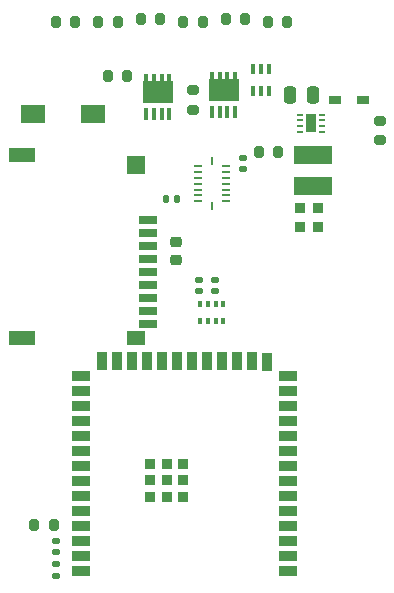
<source format=gbr>
%TF.GenerationSoftware,KiCad,Pcbnew,7.0.2*%
%TF.CreationDate,2023-07-06T19:43:42-07:00*%
%TF.ProjectId,chronos-polaris-hardware,6368726f-6e6f-4732-9d70-6f6c61726973,rev?*%
%TF.SameCoordinates,Original*%
%TF.FileFunction,Paste,Bot*%
%TF.FilePolarity,Positive*%
%FSLAX46Y46*%
G04 Gerber Fmt 4.6, Leading zero omitted, Abs format (unit mm)*
G04 Created by KiCad (PCBNEW 7.0.2) date 2023-07-06 19:43:42*
%MOMM*%
%LPD*%
G01*
G04 APERTURE LIST*
G04 Aperture macros list*
%AMRoundRect*
0 Rectangle with rounded corners*
0 $1 Rounding radius*
0 $2 $3 $4 $5 $6 $7 $8 $9 X,Y pos of 4 corners*
0 Add a 4 corners polygon primitive as box body*
4,1,4,$2,$3,$4,$5,$6,$7,$8,$9,$2,$3,0*
0 Add four circle primitives for the rounded corners*
1,1,$1+$1,$2,$3*
1,1,$1+$1,$4,$5*
1,1,$1+$1,$6,$7*
1,1,$1+$1,$8,$9*
0 Add four rect primitives between the rounded corners*
20,1,$1+$1,$2,$3,$4,$5,0*
20,1,$1+$1,$4,$5,$6,$7,0*
20,1,$1+$1,$6,$7,$8,$9,0*
20,1,$1+$1,$8,$9,$2,$3,0*%
G04 Aperture macros list end*
%ADD10R,0.250013X0.800000*%
%ADD11R,0.800000X0.250013*%
%ADD12R,1.500000X0.900000*%
%ADD13R,0.900000X1.500000*%
%ADD14R,0.900000X0.900000*%
%ADD15RoundRect,0.225000X-0.250000X0.225000X-0.250000X-0.225000X0.250000X-0.225000X0.250000X0.225000X0*%
%ADD16RoundRect,0.140000X0.140000X0.170000X-0.140000X0.170000X-0.140000X-0.170000X0.140000X-0.170000X0*%
%ADD17R,0.405004X0.989992*%
%ADD18R,2.600000X1.840005*%
%ADD19RoundRect,0.140000X0.170000X-0.140000X0.170000X0.140000X-0.170000X0.140000X-0.170000X-0.140000X0*%
%ADD20RoundRect,0.200000X0.275000X-0.200000X0.275000X0.200000X-0.275000X0.200000X-0.275000X-0.200000X0*%
%ADD21RoundRect,0.200000X-0.200000X-0.275000X0.200000X-0.275000X0.200000X0.275000X-0.200000X0.275000X0*%
%ADD22RoundRect,0.250000X0.250000X0.475000X-0.250000X0.475000X-0.250000X-0.475000X0.250000X-0.475000X0*%
%ADD23R,1.600000X0.700000*%
%ADD24R,1.500000X1.200000*%
%ADD25R,2.200000X1.200000*%
%ADD26R,1.500000X1.600000*%
%ADD27R,0.806477X0.864008*%
%ADD28RoundRect,0.140000X-0.170000X0.140000X-0.170000X-0.140000X0.170000X-0.140000X0.170000X0.140000X0*%
%ADD29R,2.062510X1.539014*%
%ADD30RoundRect,0.200000X0.200000X0.275000X-0.200000X0.275000X-0.200000X-0.275000X0.200000X-0.275000X0*%
%ADD31RoundRect,0.200000X-0.275000X0.200000X-0.275000X-0.200000X0.275000X-0.200000X0.275000X0.200000X0*%
%ADD32R,1.000000X0.750013*%
%ADD33R,3.320015X1.500000*%
%ADD34R,0.400000X0.600000*%
%ADD35R,0.350013X0.916002*%
%ADD36R,0.521006X0.250013*%
%ADD37R,0.900000X1.600000*%
G04 APERTURE END LIST*
D10*
%TO.C,U3*%
X122600102Y-117217069D03*
D11*
X121400204Y-116800000D03*
X121400204Y-116300127D03*
X121400204Y-115800000D03*
X121400204Y-115300127D03*
X121400204Y-114800000D03*
X121400204Y-114300127D03*
X121400204Y-113800000D03*
D10*
X122600102Y-113387249D03*
D11*
X123800000Y-113800000D03*
X123800000Y-114300127D03*
X123800000Y-114800000D03*
X123800000Y-115300127D03*
X123800000Y-115800000D03*
X123800000Y-116300127D03*
X123800000Y-116800000D03*
%TD*%
D12*
%TO.C,U2*%
X111550012Y-148120041D03*
X111550012Y-146850038D03*
X111550012Y-145580036D03*
X111550012Y-144310033D03*
X111550012Y-143040031D03*
X111550012Y-141770028D03*
X111550012Y-140500026D03*
X111550012Y-139230023D03*
X111550012Y-137960020D03*
X111550012Y-136690018D03*
X111550012Y-135420015D03*
X111550012Y-134150013D03*
X111550012Y-132880010D03*
X111550012Y-131610008D03*
D13*
X113315062Y-130330099D03*
X114585065Y-130330099D03*
X115855067Y-130330099D03*
X117125070Y-130330099D03*
X118395072Y-130330099D03*
X119665075Y-130330099D03*
X120935077Y-130330099D03*
X122205080Y-130330099D03*
X123475082Y-130330099D03*
X124745085Y-130330099D03*
X126015087Y-130330099D03*
X127285090Y-130360071D03*
D12*
X129050140Y-131610008D03*
X129050140Y-132880010D03*
X129050140Y-134150013D03*
X129050140Y-135420015D03*
X129050140Y-136690018D03*
X129050140Y-137960020D03*
X129050140Y-139230023D03*
X129050140Y-140500026D03*
X129050140Y-141770028D03*
X129050140Y-143040031D03*
X129050140Y-144310033D03*
X129050140Y-145580036D03*
X129050140Y-146850038D03*
X129050140Y-148120041D03*
D14*
X120200000Y-138999899D03*
X118799949Y-138999899D03*
X117399898Y-138999899D03*
X117399898Y-141800000D03*
X118799949Y-141800000D03*
X120200000Y-141800000D03*
X120200000Y-140399949D03*
X117399898Y-140399949D03*
X118799949Y-140399949D03*
%TD*%
D15*
%TO.C,C1*%
X119600000Y-120225000D03*
X119600000Y-121775000D03*
%TD*%
D16*
%TO.C,C9*%
X119680000Y-116600000D03*
X118720000Y-116600000D03*
%TD*%
D17*
%TO.C,U7*%
X124574981Y-109234976D03*
X123924994Y-109234976D03*
X123275006Y-109234976D03*
X122625019Y-109234976D03*
X122625019Y-106365024D03*
X123275006Y-106365024D03*
X123924994Y-106365024D03*
X124574981Y-106365024D03*
D18*
X123599873Y-107359944D03*
%TD*%
D19*
%TO.C,C6*%
X122900000Y-124400000D03*
X122900000Y-123440000D03*
%TD*%
D20*
%TO.C,R5*%
X136800000Y-111625000D03*
X136800000Y-109975000D03*
%TD*%
D21*
%TO.C,R3*%
X113775000Y-106200000D03*
X115425000Y-106200000D03*
%TD*%
D22*
%TO.C,C2*%
X131150000Y-107800000D03*
X129250000Y-107800000D03*
%TD*%
D23*
%TO.C,U5*%
X117163513Y-126049835D03*
X117163513Y-124950013D03*
X117163513Y-123849936D03*
X117163513Y-122749860D03*
X117163513Y-121650038D03*
X117163513Y-120549962D03*
X117163513Y-119449886D03*
X117163513Y-118349809D03*
X117163513Y-127149911D03*
D24*
X116163513Y-128350064D03*
D25*
X106563563Y-128350064D03*
X106563563Y-112849936D03*
D26*
X116163513Y-113749860D03*
%TD*%
D27*
%TO.C,R13*%
X131553366Y-117400000D03*
X130046634Y-117400000D03*
%TD*%
D28*
%TO.C,C10*%
X109400000Y-147520000D03*
X109400000Y-148480000D03*
%TD*%
D29*
%TO.C,U11*%
X107496317Y-109400000D03*
X112503683Y-109400000D03*
%TD*%
D17*
%TO.C,U12*%
X119000000Y-109400000D03*
X118350013Y-109400000D03*
X117700025Y-109400000D03*
X117050038Y-109400000D03*
X117050038Y-106530048D03*
X117700025Y-106530048D03*
X118350013Y-106530048D03*
X119000000Y-106530048D03*
D18*
X118024892Y-107524968D03*
%TD*%
D30*
%TO.C,R6*%
X118250000Y-101400000D03*
X116600000Y-101400000D03*
%TD*%
D28*
%TO.C,C8*%
X125200000Y-113120000D03*
X125200000Y-114080000D03*
%TD*%
D31*
%TO.C,R2*%
X121000000Y-107375000D03*
X121000000Y-109025000D03*
%TD*%
D30*
%TO.C,R18*%
X121825000Y-101600000D03*
X120175000Y-101600000D03*
%TD*%
D32*
%TO.C,D1*%
X135372593Y-108200000D03*
X133027407Y-108200000D03*
%TD*%
D19*
%TO.C,C5*%
X109400000Y-146480000D03*
X109400000Y-145520000D03*
%TD*%
D30*
%TO.C,R15*%
X111025000Y-101600000D03*
X109375000Y-101600000D03*
%TD*%
D33*
%TO.C,L1*%
X131200000Y-112872085D03*
X131200000Y-115527915D03*
%TD*%
D21*
%TO.C,R1*%
X126575000Y-112600000D03*
X128225000Y-112600000D03*
%TD*%
D30*
%TO.C,R17*%
X125425000Y-101400000D03*
X123775000Y-101400000D03*
%TD*%
D34*
%TO.C,U4*%
X123575108Y-125475083D03*
X122924867Y-125475083D03*
X122275133Y-125475083D03*
X121624892Y-125475083D03*
X123575108Y-126924917D03*
X122924867Y-126924917D03*
X122275133Y-126924917D03*
X121624892Y-126924917D03*
%TD*%
D27*
%TO.C,R12*%
X131553366Y-119000000D03*
X130046634Y-119000000D03*
%TD*%
D35*
%TO.C,U8*%
X127401513Y-107435244D03*
X126751526Y-107435244D03*
X126101539Y-107435244D03*
X126101539Y-105619140D03*
X126751526Y-105619140D03*
X127401513Y-105619140D03*
%TD*%
D36*
%TO.C,U1*%
X131949962Y-109449936D03*
X131949962Y-109950064D03*
X131949962Y-110449936D03*
X131949962Y-110950064D03*
X130050038Y-110950064D03*
X130050038Y-110449936D03*
X130050038Y-109950064D03*
X130050038Y-109449936D03*
D37*
X131000000Y-110200000D03*
%TD*%
D30*
%TO.C,R8*%
X109225000Y-144200000D03*
X107575000Y-144200000D03*
%TD*%
%TO.C,R16*%
X128975000Y-101600000D03*
X127325000Y-101600000D03*
%TD*%
%TO.C,R14*%
X114625000Y-101600000D03*
X112975000Y-101600000D03*
%TD*%
D19*
%TO.C,C7*%
X121500000Y-124400000D03*
X121500000Y-123440000D03*
%TD*%
M02*

</source>
